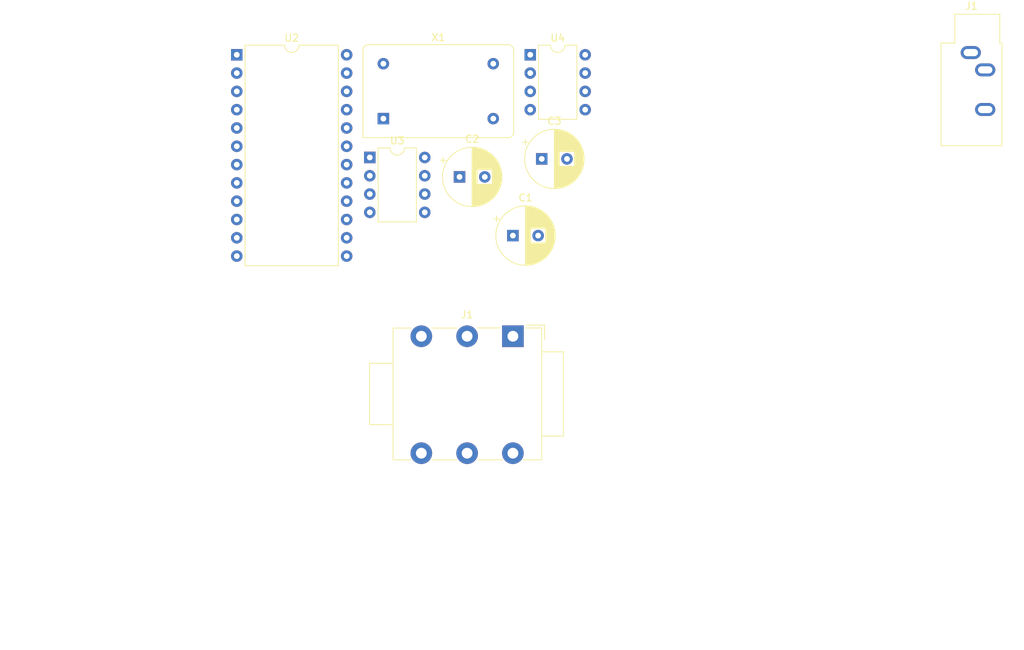
<source format=kicad_pcb>
(kicad_pcb (version 20171130) (host pcbnew "(5.1.4)-1")

  (general
    (thickness 1.6)
    (drawings 0)
    (tracks 0)
    (zones 0)
    (modules 9)
    (nets 31)
  )

  (page A4)
  (layers
    (0 F.Cu signal)
    (31 B.Cu signal)
    (32 B.Adhes user)
    (33 F.Adhes user)
    (34 B.Paste user)
    (35 F.Paste user)
    (36 B.SilkS user)
    (37 F.SilkS user)
    (38 B.Mask user)
    (39 F.Mask user)
    (40 Dwgs.User user)
    (41 Cmts.User user)
    (42 Eco1.User user)
    (43 Eco2.User user)
    (44 Edge.Cuts user)
    (45 Margin user)
    (46 B.CrtYd user)
    (47 F.CrtYd user)
    (48 B.Fab user)
    (49 F.Fab user)
  )

  (setup
    (last_trace_width 0.25)
    (trace_clearance 0.2)
    (zone_clearance 0.508)
    (zone_45_only no)
    (trace_min 0.2)
    (via_size 0.8)
    (via_drill 0.4)
    (via_min_size 0.4)
    (via_min_drill 0.3)
    (uvia_size 0.3)
    (uvia_drill 0.1)
    (uvias_allowed no)
    (uvia_min_size 0.2)
    (uvia_min_drill 0.1)
    (edge_width 0.05)
    (segment_width 0.2)
    (pcb_text_width 0.3)
    (pcb_text_size 1.5 1.5)
    (mod_edge_width 0.12)
    (mod_text_size 1 1)
    (mod_text_width 0.15)
    (pad_size 1.524 1.524)
    (pad_drill 0.762)
    (pad_to_mask_clearance 0.051)
    (solder_mask_min_width 0.25)
    (aux_axis_origin 0 0)
    (visible_elements 7FFFFFFF)
    (pcbplotparams
      (layerselection 0x010fc_ffffffff)
      (usegerberextensions false)
      (usegerberattributes false)
      (usegerberadvancedattributes false)
      (creategerberjobfile false)
      (excludeedgelayer true)
      (linewidth 0.100000)
      (plotframeref false)
      (viasonmask false)
      (mode 1)
      (useauxorigin false)
      (hpglpennumber 1)
      (hpglpenspeed 20)
      (hpglpendiameter 15.000000)
      (psnegative false)
      (psa4output false)
      (plotreference true)
      (plotvalue true)
      (plotinvisibletext false)
      (padsonsilk false)
      (subtractmaskfromsilk false)
      (outputformat 1)
      (mirror false)
      (drillshape 1)
      (scaleselection 1)
      (outputdirectory ""))
  )

  (net 0 "")
  (net 1 "Net-(C2-Pad2)")
  (net 2 GND)
  (net 3 "Net-(C3-Pad1)")
  (net 4 CLOCK)
  (net 5 ΦSY)
  (net 6 D1)
  (net 7 "Net-(U2-Pad22)")
  (net 8 D0)
  (net 9 MO)
  (net 10 "Net-(U2-Pad9)")
  (net 11 SH)
  (net 12 "Net-(U2-Pad8)")
  (net 13 "Net-(U2-Pad19)")
  (net 14 CS)
  (net 15 D7)
  (net 16 RD)
  (net 17 D6)
  (net 18 WR)
  (net 19 D5)
  (net 20 A0)
  (net 21 D4)
  (net 22 IC)
  (net 23 D3)
  (net 24 IRQ)
  (net 25 D2)
  (net 26 +5V)
  (net 27 BUFF)
  (net 28 "Net-(C1-Pad1)")
  (net 29 "Net-(X1-Pad1)")
  (net 30 "Net-(C1-Pad2)")

  (net_class Default "This is the default net class."
    (clearance 0.2)
    (trace_width 0.25)
    (via_dia 0.8)
    (via_drill 0.4)
    (uvia_dia 0.3)
    (uvia_drill 0.1)
    (add_net +5V)
    (add_net A0)
    (add_net BUFF)
    (add_net CLOCK)
    (add_net CS)
    (add_net D0)
    (add_net D1)
    (add_net D2)
    (add_net D3)
    (add_net D4)
    (add_net D5)
    (add_net D6)
    (add_net D7)
    (add_net GND)
    (add_net IC)
    (add_net IRQ)
    (add_net MO)
    (add_net "Net-(C1-Pad1)")
    (add_net "Net-(C1-Pad2)")
    (add_net "Net-(C2-Pad2)")
    (add_net "Net-(C3-Pad1)")
    (add_net "Net-(U2-Pad19)")
    (add_net "Net-(U2-Pad22)")
    (add_net "Net-(U2-Pad8)")
    (add_net "Net-(U2-Pad9)")
    (add_net "Net-(X1-Pad1)")
    (add_net RD)
    (add_net SH)
    (add_net WR)
    (add_net ΦSY)
  )

  (module Connector_Audio:Jack_3.5mm_CUI_SJ1-3533NG_Horizontal (layer F.Cu) (tedit 5BAD3514) (tstamp 5DC89F58)
    (at 173.99 -55.88)
    (descr "TRS 3.5mm, horizontal, through-hole, https://www.cui.com/product/resource/sj1-353xng.pdf")
    (tags "TRS audio jack stereo horizontal")
    (path /5DCA41E9)
    (fp_text reference J1 (at 0.1 -6.45) (layer F.SilkS)
      (effects (font (size 1 1) (thickness 0.15)))
    )
    (fp_text value AudioJack2_Ground (at 0.1 14.05) (layer F.Fab)
      (effects (font (size 1 1) (thickness 0.15)))
    )
    (fp_text user %R (at 0.1 3.8) (layer F.Fab)
      (effects (font (size 1 1) (thickness 0.15)))
    )
    (fp_line (start 4.7 -5.7) (end -4.5 -5.7) (layer F.CrtYd) (width 0.05))
    (fp_line (start 4.7 13.3) (end 4.7 -5.7) (layer F.CrtYd) (width 0.05))
    (fp_line (start -4.5 13.3) (end 4.7 13.3) (layer F.CrtYd) (width 0.05))
    (fp_line (start -4.5 -5.7) (end -4.5 13.3) (layer F.CrtYd) (width 0.05))
    (fp_line (start -2.22 -1.32) (end -2.22 -5.32) (layer F.SilkS) (width 0.12))
    (fp_line (start -4.12 -1.32) (end -2.22 -1.32) (layer F.SilkS) (width 0.12))
    (fp_line (start -4.12 12.92) (end -4.12 -1.32) (layer F.SilkS) (width 0.12))
    (fp_line (start 4.32 12.92) (end -4.12 12.92) (layer F.SilkS) (width 0.12))
    (fp_line (start 4.32 -1.32) (end 4.32 12.92) (layer F.SilkS) (width 0.12))
    (fp_line (start 4.02 -1.32) (end 4.32 -1.32) (layer F.SilkS) (width 0.12))
    (fp_line (start 4.02 -5.32) (end 4.02 -1.32) (layer F.SilkS) (width 0.12))
    (fp_line (start -2.22 -5.32) (end 4.02 -5.32) (layer F.SilkS) (width 0.12))
    (fp_line (start -2.1 -1.2) (end -2.1 -5.2) (layer F.Fab) (width 0.1))
    (fp_line (start -4 -1.2) (end -2.1 -1.2) (layer F.Fab) (width 0.1))
    (fp_line (start -4 12.8) (end -4 -1.2) (layer F.Fab) (width 0.1))
    (fp_line (start 4.2 12.8) (end -4 12.8) (layer F.Fab) (width 0.1))
    (fp_line (start 4.2 -1.2) (end 4.2 12.8) (layer F.Fab) (width 0.1))
    (fp_line (start 3.9 -1.2) (end 4.2 -1.2) (layer F.Fab) (width 0.1))
    (fp_line (start 3.9 -5.2) (end 3.9 -1.2) (layer F.Fab) (width 0.1))
    (fp_line (start -2.1 -5.2) (end 3.9 -5.2) (layer F.Fab) (width 0.1))
    (pad R thru_hole oval (at 2 7.9) (size 2.8 1.8) (drill oval 2 1) (layers *.Cu *.Mask)
      (net 2 GND))
    (pad T thru_hole oval (at 2 2.4) (size 2.8 1.8) (drill oval 2 1) (layers *.Cu *.Mask)
      (net 30 "Net-(C1-Pad2)"))
    (pad S thru_hole oval (at 0 0) (size 2.8 1.8) (drill oval 2 1) (layers *.Cu *.Mask)
      (net 30 "Net-(C1-Pad2)"))
    (model ${KISYS3DMOD}/Connector_Audio.3dshapes/Jack_3.5mm_CUI_SJ1-3533NG_Horizontal.wrl
      (at (xyz 0 0 0))
      (scale (xyz 1 1 1))
      (rotate (xyz 0 0 0))
    )
  )

  (module Capacitor_THT:CP_Radial_D8.0mm_P3.50mm (layer F.Cu) (tedit 5AE50EF0) (tstamp 5DC87EF5)
    (at 110.49 -30.48)
    (descr "CP, Radial series, Radial, pin pitch=3.50mm, , diameter=8mm, Electrolytic Capacitor")
    (tags "CP Radial series Radial pin pitch 3.50mm  diameter 8mm Electrolytic Capacitor")
    (path /5DCCB0D1)
    (fp_text reference C1 (at 1.75 -5.25) (layer F.SilkS)
      (effects (font (size 1 1) (thickness 0.15)))
    )
    (fp_text value 1000uF (at 1.75 5.25) (layer F.Fab)
      (effects (font (size 1 1) (thickness 0.15)))
    )
    (fp_text user %R (at -70.029699 56.684999) (layer F.Fab)
      (effects (font (size 1 1) (thickness 0.15)))
    )
    (fp_line (start -2.259698 -2.715) (end -2.259698 -1.915) (layer F.SilkS) (width 0.12))
    (fp_line (start -2.659698 -2.315) (end -1.859698 -2.315) (layer F.SilkS) (width 0.12))
    (fp_line (start 5.831 -0.533) (end 5.831 0.533) (layer F.SilkS) (width 0.12))
    (fp_line (start 5.791 -0.768) (end 5.791 0.768) (layer F.SilkS) (width 0.12))
    (fp_line (start 5.751 -0.948) (end 5.751 0.948) (layer F.SilkS) (width 0.12))
    (fp_line (start 5.711 -1.098) (end 5.711 1.098) (layer F.SilkS) (width 0.12))
    (fp_line (start 5.671 -1.229) (end 5.671 1.229) (layer F.SilkS) (width 0.12))
    (fp_line (start 5.631 -1.346) (end 5.631 1.346) (layer F.SilkS) (width 0.12))
    (fp_line (start 5.591 -1.453) (end 5.591 1.453) (layer F.SilkS) (width 0.12))
    (fp_line (start 5.551 -1.552) (end 5.551 1.552) (layer F.SilkS) (width 0.12))
    (fp_line (start 5.511 -1.645) (end 5.511 1.645) (layer F.SilkS) (width 0.12))
    (fp_line (start 5.471 -1.731) (end 5.471 1.731) (layer F.SilkS) (width 0.12))
    (fp_line (start 5.431 -1.813) (end 5.431 1.813) (layer F.SilkS) (width 0.12))
    (fp_line (start 5.391 -1.89) (end 5.391 1.89) (layer F.SilkS) (width 0.12))
    (fp_line (start 5.351 -1.964) (end 5.351 1.964) (layer F.SilkS) (width 0.12))
    (fp_line (start 5.311 -2.034) (end 5.311 2.034) (layer F.SilkS) (width 0.12))
    (fp_line (start 5.271 -2.102) (end 5.271 2.102) (layer F.SilkS) (width 0.12))
    (fp_line (start 5.231 -2.166) (end 5.231 2.166) (layer F.SilkS) (width 0.12))
    (fp_line (start 5.191 -2.228) (end 5.191 2.228) (layer F.SilkS) (width 0.12))
    (fp_line (start 5.151 -2.287) (end 5.151 2.287) (layer F.SilkS) (width 0.12))
    (fp_line (start 5.111 -2.345) (end 5.111 2.345) (layer F.SilkS) (width 0.12))
    (fp_line (start 5.071 -2.4) (end 5.071 2.4) (layer F.SilkS) (width 0.12))
    (fp_line (start 5.031 -2.454) (end 5.031 2.454) (layer F.SilkS) (width 0.12))
    (fp_line (start 4.991 -2.505) (end 4.991 2.505) (layer F.SilkS) (width 0.12))
    (fp_line (start 4.951 -2.556) (end 4.951 2.556) (layer F.SilkS) (width 0.12))
    (fp_line (start 4.911 -2.604) (end 4.911 2.604) (layer F.SilkS) (width 0.12))
    (fp_line (start 4.871 -2.651) (end 4.871 2.651) (layer F.SilkS) (width 0.12))
    (fp_line (start 4.831 -2.697) (end 4.831 2.697) (layer F.SilkS) (width 0.12))
    (fp_line (start 4.791 -2.741) (end 4.791 2.741) (layer F.SilkS) (width 0.12))
    (fp_line (start 4.751 -2.784) (end 4.751 2.784) (layer F.SilkS) (width 0.12))
    (fp_line (start 4.711 -2.826) (end 4.711 2.826) (layer F.SilkS) (width 0.12))
    (fp_line (start 4.671 -2.867) (end 4.671 2.867) (layer F.SilkS) (width 0.12))
    (fp_line (start 4.631 -2.907) (end 4.631 2.907) (layer F.SilkS) (width 0.12))
    (fp_line (start 4.591 -2.945) (end 4.591 2.945) (layer F.SilkS) (width 0.12))
    (fp_line (start 4.551 -2.983) (end 4.551 2.983) (layer F.SilkS) (width 0.12))
    (fp_line (start 4.511 1.04) (end 4.511 3.019) (layer F.SilkS) (width 0.12))
    (fp_line (start 4.511 -3.019) (end 4.511 -1.04) (layer F.SilkS) (width 0.12))
    (fp_line (start 4.471 1.04) (end 4.471 3.055) (layer F.SilkS) (width 0.12))
    (fp_line (start 4.471 -3.055) (end 4.471 -1.04) (layer F.SilkS) (width 0.12))
    (fp_line (start 4.431 1.04) (end 4.431 3.09) (layer F.SilkS) (width 0.12))
    (fp_line (start 4.431 -3.09) (end 4.431 -1.04) (layer F.SilkS) (width 0.12))
    (fp_line (start 4.391 1.04) (end 4.391 3.124) (layer F.SilkS) (width 0.12))
    (fp_line (start 4.391 -3.124) (end 4.391 -1.04) (layer F.SilkS) (width 0.12))
    (fp_line (start 4.351 1.04) (end 4.351 3.156) (layer F.SilkS) (width 0.12))
    (fp_line (start 4.351 -3.156) (end 4.351 -1.04) (layer F.SilkS) (width 0.12))
    (fp_line (start 4.311 1.04) (end 4.311 3.189) (layer F.SilkS) (width 0.12))
    (fp_line (start 4.311 -3.189) (end 4.311 -1.04) (layer F.SilkS) (width 0.12))
    (fp_line (start 4.271 1.04) (end 4.271 3.22) (layer F.SilkS) (width 0.12))
    (fp_line (start 4.271 -3.22) (end 4.271 -1.04) (layer F.SilkS) (width 0.12))
    (fp_line (start 4.231 1.04) (end 4.231 3.25) (layer F.SilkS) (width 0.12))
    (fp_line (start 4.231 -3.25) (end 4.231 -1.04) (layer F.SilkS) (width 0.12))
    (fp_line (start 4.191 1.04) (end 4.191 3.28) (layer F.SilkS) (width 0.12))
    (fp_line (start 4.191 -3.28) (end 4.191 -1.04) (layer F.SilkS) (width 0.12))
    (fp_line (start 4.151 1.04) (end 4.151 3.309) (layer F.SilkS) (width 0.12))
    (fp_line (start 4.151 -3.309) (end 4.151 -1.04) (layer F.SilkS) (width 0.12))
    (fp_line (start 4.111 1.04) (end 4.111 3.338) (layer F.SilkS) (width 0.12))
    (fp_line (start 4.111 -3.338) (end 4.111 -1.04) (layer F.SilkS) (width 0.12))
    (fp_line (start 4.071 1.04) (end 4.071 3.365) (layer F.SilkS) (width 0.12))
    (fp_line (start 4.071 -3.365) (end 4.071 -1.04) (layer F.SilkS) (width 0.12))
    (fp_line (start 4.031 1.04) (end 4.031 3.392) (layer F.SilkS) (width 0.12))
    (fp_line (start 4.031 -3.392) (end 4.031 -1.04) (layer F.SilkS) (width 0.12))
    (fp_line (start 3.991 1.04) (end 3.991 3.418) (layer F.SilkS) (width 0.12))
    (fp_line (start 3.991 -3.418) (end 3.991 -1.04) (layer F.SilkS) (width 0.12))
    (fp_line (start 3.951 1.04) (end 3.951 3.444) (layer F.SilkS) (width 0.12))
    (fp_line (start 3.951 -3.444) (end 3.951 -1.04) (layer F.SilkS) (width 0.12))
    (fp_line (start 3.911 1.04) (end 3.911 3.469) (layer F.SilkS) (width 0.12))
    (fp_line (start 3.911 -3.469) (end 3.911 -1.04) (layer F.SilkS) (width 0.12))
    (fp_line (start 3.871 1.04) (end 3.871 3.493) (layer F.SilkS) (width 0.12))
    (fp_line (start 3.871 -3.493) (end 3.871 -1.04) (layer F.SilkS) (width 0.12))
    (fp_line (start 3.831 1.04) (end 3.831 3.517) (layer F.SilkS) (width 0.12))
    (fp_line (start 3.831 -3.517) (end 3.831 -1.04) (layer F.SilkS) (width 0.12))
    (fp_line (start 3.791 1.04) (end 3.791 3.54) (layer F.SilkS) (width 0.12))
    (fp_line (start 3.791 -3.54) (end 3.791 -1.04) (layer F.SilkS) (width 0.12))
    (fp_line (start 3.751 1.04) (end 3.751 3.562) (layer F.SilkS) (width 0.12))
    (fp_line (start 3.751 -3.562) (end 3.751 -1.04) (layer F.SilkS) (width 0.12))
    (fp_line (start 3.711 1.04) (end 3.711 3.584) (layer F.SilkS) (width 0.12))
    (fp_line (start 3.711 -3.584) (end 3.711 -1.04) (layer F.SilkS) (width 0.12))
    (fp_line (start 3.671 1.04) (end 3.671 3.606) (layer F.SilkS) (width 0.12))
    (fp_line (start 3.671 -3.606) (end 3.671 -1.04) (layer F.SilkS) (width 0.12))
    (fp_line (start 3.631 1.04) (end 3.631 3.627) (layer F.SilkS) (width 0.12))
    (fp_line (start 3.631 -3.627) (end 3.631 -1.04) (layer F.SilkS) (width 0.12))
    (fp_line (start 3.591 1.04) (end 3.591 3.647) (layer F.SilkS) (width 0.12))
    (fp_line (start 3.591 -3.647) (end 3.591 -1.04) (layer F.SilkS) (width 0.12))
    (fp_line (start 3.551 1.04) (end 3.551 3.666) (layer F.SilkS) (width 0.12))
    (fp_line (start 3.551 -3.666) (end 3.551 -1.04) (layer F.SilkS) (width 0.12))
    (fp_line (start 3.511 1.04) (end 3.511 3.686) (layer F.SilkS) (width 0.12))
    (fp_line (start 3.511 -3.686) (end 3.511 -1.04) (layer F.SilkS) (width 0.12))
    (fp_line (start 3.471 1.04) (end 3.471 3.704) (layer F.SilkS) (width 0.12))
    (fp_line (start 3.471 -3.704) (end 3.471 -1.04) (layer F.SilkS) (width 0.12))
    (fp_line (start 3.431 1.04) (end 3.431 3.722) (layer F.SilkS) (width 0.12))
    (fp_line (start 3.431 -3.722) (end 3.431 -1.04) (layer F.SilkS) (width 0.12))
    (fp_line (start 3.391 1.04) (end 3.391 3.74) (layer F.SilkS) (width 0.12))
    (fp_line (start 3.391 -3.74) (end 3.391 -1.04) (layer F.SilkS) (width 0.12))
    (fp_line (start 3.351 1.04) (end 3.351 3.757) (layer F.SilkS) (width 0.12))
    (fp_line (start 3.351 -3.757) (end 3.351 -1.04) (layer F.SilkS) (width 0.12))
    (fp_line (start 3.311 1.04) (end 3.311 3.774) (layer F.SilkS) (width 0.12))
    (fp_line (start 3.311 -3.774) (end 3.311 -1.04) (layer F.SilkS) (width 0.12))
    (fp_line (start 3.271 1.04) (end 3.271 3.79) (layer F.SilkS) (width 0.12))
    (fp_line (start 3.271 -3.79) (end 3.271 -1.04) (layer F.SilkS) (width 0.12))
    (fp_line (start 3.231 1.04) (end 3.231 3.805) (layer F.SilkS) (width 0.12))
    (fp_line (start 3.231 -3.805) (end 3.231 -1.04) (layer F.SilkS) (width 0.12))
    (fp_line (start 3.191 1.04) (end 3.191 3.821) (layer F.SilkS) (width 0.12))
    (fp_line (start 3.191 -3.821) (end 3.191 -1.04) (layer F.SilkS) (width 0.12))
    (fp_line (start 3.151 1.04) (end 3.151 3.835) (layer F.SilkS) (width 0.12))
    (fp_line (start 3.151 -3.835) (end 3.151 -1.04) (layer F.SilkS) (width 0.12))
    (fp_line (start 3.111 1.04) (end 3.111 3.85) (layer F.SilkS) (width 0.12))
    (fp_line (start 3.111 -3.85) (end 3.111 -1.04) (layer F.SilkS) (width 0.12))
    (fp_line (start 3.071 1.04) (end 3.071 3.863) (layer F.SilkS) (width 0.12))
    (fp_line (start 3.071 -3.863) (end 3.071 -1.04) (layer F.SilkS) (width 0.12))
    (fp_line (start 3.031 1.04) (end 3.031 3.877) (layer F.SilkS) (width 0.12))
    (fp_line (start 3.031 -3.877) (end 3.031 -1.04) (layer F.SilkS) (width 0.12))
    (fp_line (start 2.991 1.04) (end 2.991 3.889) (layer F.SilkS) (width 0.12))
    (fp_line (start 2.991 -3.889) (end 2.991 -1.04) (layer F.SilkS) (width 0.12))
    (fp_line (start 2.951 1.04) (end 2.951 3.902) (layer F.SilkS) (width 0.12))
    (fp_line (start 2.951 -3.902) (end 2.951 -1.04) (layer F.SilkS) (width 0.12))
    (fp_line (start 2.911 1.04) (end 2.911 3.914) (layer F.SilkS) (width 0.12))
    (fp_line (start 2.911 -3.914) (end 2.911 -1.04) (layer F.SilkS) (width 0.12))
    (fp_line (start 2.871 1.04) (end 2.871 3.925) (layer F.SilkS) (width 0.12))
    (fp_line (start 2.871 -3.925) (end 2.871 -1.04) (layer F.SilkS) (width 0.12))
    (fp_line (start 2.831 1.04) (end 2.831 3.936) (layer F.SilkS) (width 0.12))
    (fp_line (start 2.831 -3.936) (end 2.831 -1.04) (layer F.SilkS) (width 0.12))
    (fp_line (start 2.791 1.04) (end 2.791 3.947) (layer F.SilkS) (width 0.12))
    (fp_line (start 2.791 -3.947) (end 2.791 -1.04) (layer F.SilkS) (width 0.12))
    (fp_line (start 2.751 1.04) (end 2.751 3.957) (layer F.SilkS) (width 0.12))
    (fp_line (start 2.751 -3.957) (end 2.751 -1.04) (layer F.SilkS) (width 0.12))
    (fp_line (start 2.711 1.04) (end 2.711 3.967) (layer F.SilkS) (width 0.12))
    (fp_line (start 2.711 -3.967) (end 2.711 -1.04) (layer F.SilkS) (width 0.12))
    (fp_line (start 2.671 1.04) (end 2.671 3.976) (layer F.SilkS) (width 0.12))
    (fp_line (start 2.671 -3.976) (end 2.671 -1.04) (layer F.SilkS) (width 0.12))
    (fp_line (start 2.631 1.04) (end 2.631 3.985) (layer F.SilkS) (width 0.12))
    (fp_line (start 2.631 -3.985) (end 2.631 -1.04) (layer F.SilkS) (width 0.12))
    (fp_line (start 2.591 1.04) (end 2.591 3.994) (layer F.SilkS) (width 0.12))
    (fp_line (start 2.591 -3.994) (end 2.591 -1.04) (layer F.SilkS) (width 0.12))
    (fp_line (start 2.551 1.04) (end 2.551 4.002) (layer F.SilkS) (width 0.12))
    (fp_line (start 2.551 -4.002) (end 2.551 -1.04) (layer F.SilkS) (width 0.12))
    (fp_line (start 2.511 1.04) (end 2.511 4.01) (layer F.SilkS) (width 0.12))
    (fp_line (start 2.511 -4.01) (end 2.511 -1.04) (layer F.SilkS) (width 0.12))
    (fp_line (start 2.471 1.04) (end 2.471 4.017) (layer F.SilkS) (width 0.12))
    (fp_line (start 2.471 -4.017) (end 2.471 -1.04) (layer F.SilkS) (width 0.12))
    (fp_line (start 2.43 -4.024) (end 2.43 4.024) (layer F.SilkS) (width 0.12))
    (fp_line (start 2.39 -4.03) (end 2.39 4.03) (layer F.SilkS) (width 0.12))
    (fp_line (start 2.35 -4.037) (end 2.35 4.037) (layer F.SilkS) (width 0.12))
    (fp_line (start 2.31 -4.042) (end 2.31 4.042) (layer F.SilkS) (width 0.12))
    (fp_line (start 2.27 -4.048) (end 2.27 4.048) (layer F.SilkS) (width 0.12))
    (fp_line (start 2.23 -4.052) (end 2.23 4.052) (layer F.SilkS) (width 0.12))
    (fp_line (start 2.19 -4.057) (end 2.19 4.057) (layer F.SilkS) (width 0.12))
    (fp_line (start 2.15 -4.061) (end 2.15 4.061) (layer F.SilkS) (width 0.12))
    (fp_line (start 2.11 -4.065) (end 2.11 4.065) (layer F.SilkS) (width 0.12))
    (fp_line (start 2.07 -4.068) (end 2.07 4.068) (layer F.SilkS) (width 0.12))
    (fp_line (start 2.03 -4.071) (end 2.03 4.071) (layer F.SilkS) (width 0.12))
    (fp_line (start 1.99 -4.074) (end 1.99 4.074) (layer F.SilkS) (width 0.12))
    (fp_line (start 1.95 -4.076) (end 1.95 4.076) (layer F.SilkS) (width 0.12))
    (fp_line (start 1.91 -4.077) (end 1.91 4.077) (layer F.SilkS) (width 0.12))
    (fp_line (start 1.87 -4.079) (end 1.87 4.079) (layer F.SilkS) (width 0.12))
    (fp_line (start 1.83 -4.08) (end 1.83 4.08) (layer F.SilkS) (width 0.12))
    (fp_line (start 1.79 -4.08) (end 1.79 4.08) (layer F.SilkS) (width 0.12))
    (fp_line (start 1.75 -4.08) (end 1.75 4.08) (layer F.SilkS) (width 0.12))
    (fp_line (start -1.276759 -2.1475) (end -1.276759 -1.3475) (layer F.Fab) (width 0.1))
    (fp_line (start -1.676759 -1.7475) (end -0.876759 -1.7475) (layer F.Fab) (width 0.1))
    (fp_circle (center 1.75 0) (end 6 0) (layer F.CrtYd) (width 0.05))
    (fp_circle (center 1.75 0) (end 5.87 0) (layer F.SilkS) (width 0.12))
    (fp_circle (center 1.75 0) (end 5.75 0) (layer F.Fab) (width 0.1))
    (pad 2 thru_hole circle (at 3.5 0) (size 1.6 1.6) (drill 0.8) (layers *.Cu *.Mask)
      (net 30 "Net-(C1-Pad2)"))
    (pad 1 thru_hole rect (at 0 0) (size 1.6 1.6) (drill 0.8) (layers *.Cu *.Mask)
      (net 28 "Net-(C1-Pad1)"))
    (model ${KISYS3DMOD}/Capacitor_THT.3dshapes/CP_Radial_D8.0mm_P3.50mm.wrl
      (at (xyz 0 0 0))
      (scale (xyz 1 1 1))
      (rotate (xyz 0 0 0))
    )
  )

  (module Oscillator:Oscillator_DIP-14 (layer F.Cu) (tedit 58CD3344) (tstamp 5DC8862E)
    (at 92.525001 -46.714999)
    (descr "Oscillator, DIP14, http://cdn-reichelt.de/documents/datenblatt/B400/OSZI.pdf")
    (tags oscillator)
    (path /5DD96FAD)
    (fp_text reference X1 (at 7.62 -11.26) (layer F.SilkS)
      (effects (font (size 1 1) (thickness 0.15)))
    )
    (fp_text value 3.579545MHz (at 7.62 3.74) (layer F.Fab)
      (effects (font (size 1 1) (thickness 0.15)))
    )
    (fp_arc (start -2.08 -9.51) (end -2.73 -9.51) (angle 90) (layer F.Fab) (width 0.1))
    (fp_arc (start 17.32 -9.51) (end 17.32 -10.16) (angle 90) (layer F.Fab) (width 0.1))
    (fp_arc (start 17.32 1.89) (end 17.97 1.89) (angle 90) (layer F.Fab) (width 0.1))
    (fp_arc (start -2.08 -9.51) (end -2.83 -9.51) (angle 90) (layer F.SilkS) (width 0.12))
    (fp_arc (start 17.32 -9.51) (end 17.32 -10.26) (angle 90) (layer F.SilkS) (width 0.12))
    (fp_arc (start 17.32 1.89) (end 18.07 1.89) (angle 90) (layer F.SilkS) (width 0.12))
    (fp_arc (start -1.38 -8.81) (end -1.73 -8.81) (angle 90) (layer F.Fab) (width 0.1))
    (fp_arc (start 16.62 -8.81) (end 16.62 -9.16) (angle 90) (layer F.Fab) (width 0.1))
    (fp_arc (start 16.62 1.19) (end 16.97 1.19) (angle 90) (layer F.Fab) (width 0.1))
    (fp_line (start -2.73 2.54) (end -2.73 -9.51) (layer F.Fab) (width 0.1))
    (fp_line (start -2.08 -10.16) (end 17.32 -10.16) (layer F.Fab) (width 0.1))
    (fp_line (start 17.97 -9.51) (end 17.97 1.89) (layer F.Fab) (width 0.1))
    (fp_line (start -2.73 2.54) (end 17.32 2.54) (layer F.Fab) (width 0.1))
    (fp_line (start -2.83 2.64) (end 17.32 2.64) (layer F.SilkS) (width 0.12))
    (fp_line (start 18.07 1.89) (end 18.07 -9.51) (layer F.SilkS) (width 0.12))
    (fp_line (start 17.32 -10.26) (end -2.08 -10.26) (layer F.SilkS) (width 0.12))
    (fp_line (start -2.83 -9.51) (end -2.83 2.64) (layer F.SilkS) (width 0.12))
    (fp_line (start -1.73 1.54) (end 16.62 1.54) (layer F.Fab) (width 0.1))
    (fp_line (start -1.73 1.54) (end -1.73 -8.81) (layer F.Fab) (width 0.1))
    (fp_line (start -1.38 -9.16) (end 16.62 -9.16) (layer F.Fab) (width 0.1))
    (fp_line (start 16.97 1.19) (end 16.97 -8.81) (layer F.Fab) (width 0.1))
    (fp_line (start -2.98 2.79) (end 18.22 2.79) (layer F.CrtYd) (width 0.05))
    (fp_line (start -2.98 -10.41) (end -2.98 2.79) (layer F.CrtYd) (width 0.05))
    (fp_line (start 18.22 -10.41) (end -2.98 -10.41) (layer F.CrtYd) (width 0.05))
    (fp_line (start 18.22 2.79) (end 18.22 -10.41) (layer F.CrtYd) (width 0.05))
    (fp_text user %R (at 7.62 -3.81) (layer F.Fab)
      (effects (font (size 1 1) (thickness 0.15)))
    )
    (pad 7 thru_hole circle (at 15.24 0) (size 1.6 1.6) (drill 0.8) (layers *.Cu *.Mask)
      (net 26 +5V))
    (pad 8 thru_hole circle (at 15.24 -7.62) (size 1.6 1.6) (drill 0.8) (layers *.Cu *.Mask)
      (net 4 CLOCK))
    (pad 14 thru_hole circle (at 0 -7.62) (size 1.6 1.6) (drill 0.8) (layers *.Cu *.Mask)
      (net 2 GND))
    (pad 1 thru_hole rect (at 0 0) (size 1.6 1.6) (drill 0.8) (layers *.Cu *.Mask)
      (net 29 "Net-(X1-Pad1)"))
    (model ${KISYS3DMOD}/Oscillator.3dshapes/Oscillator_DIP-14.wrl
      (at (xyz 0 0 0))
      (scale (xyz 1 1 1))
      (rotate (xyz 0 0 0))
    )
  )

  (module Package_DIP:DIP-8_W7.62mm (layer F.Cu) (tedit 5A02E8C5) (tstamp 5DC8830D)
    (at 112.895001 -55.574999)
    (descr "8-lead though-hole mounted DIP package, row spacing 7.62 mm (300 mils)")
    (tags "THT DIP DIL PDIP 2.54mm 7.62mm 300mil")
    (path /5DCD2C9C)
    (fp_text reference U4 (at 3.81 -2.33) (layer F.SilkS)
      (effects (font (size 1 1) (thickness 0.15)))
    )
    (fp_text value LM358 (at 3.81 9.95) (layer F.Fab)
      (effects (font (size 1 1) (thickness 0.15)))
    )
    (fp_text user %R (at 3.81 3.81) (layer F.Fab)
      (effects (font (size 1 1) (thickness 0.15)))
    )
    (fp_line (start 8.7 -1.55) (end -1.1 -1.55) (layer F.CrtYd) (width 0.05))
    (fp_line (start 8.7 9.15) (end 8.7 -1.55) (layer F.CrtYd) (width 0.05))
    (fp_line (start -1.1 9.15) (end 8.7 9.15) (layer F.CrtYd) (width 0.05))
    (fp_line (start -1.1 -1.55) (end -1.1 9.15) (layer F.CrtYd) (width 0.05))
    (fp_line (start 6.46 -1.33) (end 4.81 -1.33) (layer F.SilkS) (width 0.12))
    (fp_line (start 6.46 8.95) (end 6.46 -1.33) (layer F.SilkS) (width 0.12))
    (fp_line (start 1.16 8.95) (end 6.46 8.95) (layer F.SilkS) (width 0.12))
    (fp_line (start 1.16 -1.33) (end 1.16 8.95) (layer F.SilkS) (width 0.12))
    (fp_line (start 2.81 -1.33) (end 1.16 -1.33) (layer F.SilkS) (width 0.12))
    (fp_line (start 0.635 -0.27) (end 1.635 -1.27) (layer F.Fab) (width 0.1))
    (fp_line (start 0.635 8.89) (end 0.635 -0.27) (layer F.Fab) (width 0.1))
    (fp_line (start 6.985 8.89) (end 0.635 8.89) (layer F.Fab) (width 0.1))
    (fp_line (start 6.985 -1.27) (end 6.985 8.89) (layer F.Fab) (width 0.1))
    (fp_line (start 1.635 -1.27) (end 6.985 -1.27) (layer F.Fab) (width 0.1))
    (fp_arc (start 3.81 -1.33) (end 2.81 -1.33) (angle -180) (layer F.SilkS) (width 0.12))
    (pad 8 thru_hole oval (at 7.62 0) (size 1.6 1.6) (drill 0.8) (layers *.Cu *.Mask)
      (net 26 +5V))
    (pad 4 thru_hole oval (at 0 7.62) (size 1.6 1.6) (drill 0.8) (layers *.Cu *.Mask)
      (net 2 GND))
    (pad 7 thru_hole oval (at 7.62 2.54) (size 1.6 1.6) (drill 0.8) (layers *.Cu *.Mask)
      (net 1 "Net-(C2-Pad2)"))
    (pad 3 thru_hole oval (at 0 5.08) (size 1.6 1.6) (drill 0.8) (layers *.Cu *.Mask)
      (net 27 BUFF))
    (pad 6 thru_hole oval (at 7.62 5.08) (size 1.6 1.6) (drill 0.8) (layers *.Cu *.Mask)
      (net 1 "Net-(C2-Pad2)"))
    (pad 2 thru_hole oval (at 0 2.54) (size 1.6 1.6) (drill 0.8) (layers *.Cu *.Mask)
      (net 28 "Net-(C1-Pad1)"))
    (pad 5 thru_hole oval (at 7.62 7.62) (size 1.6 1.6) (drill 0.8) (layers *.Cu *.Mask)
      (net 3 "Net-(C3-Pad1)"))
    (pad 1 thru_hole rect (at 0 0) (size 1.6 1.6) (drill 0.8) (layers *.Cu *.Mask)
      (net 28 "Net-(C1-Pad1)"))
    (model ${KISYS3DMOD}/Package_DIP.3dshapes/DIP-8_W7.62mm.wrl
      (at (xyz 0 0 0))
      (scale (xyz 1 1 1))
      (rotate (xyz 0 0 0))
    )
  )

  (module Package_DIP:DIP-8_W7.62mm (layer F.Cu) (tedit 5A02E8C5) (tstamp 5DC885D7)
    (at 90.645001 -41.324999)
    (descr "8-lead though-hole mounted DIP package, row spacing 7.62 mm (300 mils)")
    (tags "THT DIP DIL PDIP 2.54mm 7.62mm 300mil")
    (path /5DC959A2)
    (fp_text reference U3 (at 3.81 -2.33) (layer F.SilkS)
      (effects (font (size 1 1) (thickness 0.15)))
    )
    (fp_text value YM3014B (at 3.81 9.95) (layer F.Fab)
      (effects (font (size 1 1) (thickness 0.15)))
    )
    (fp_text user %R (at 3.81 3.81) (layer F.Fab)
      (effects (font (size 1 1) (thickness 0.15)))
    )
    (fp_line (start 8.7 -1.55) (end -1.1 -1.55) (layer F.CrtYd) (width 0.05))
    (fp_line (start 8.7 9.15) (end 8.7 -1.55) (layer F.CrtYd) (width 0.05))
    (fp_line (start -1.1 9.15) (end 8.7 9.15) (layer F.CrtYd) (width 0.05))
    (fp_line (start -1.1 -1.55) (end -1.1 9.15) (layer F.CrtYd) (width 0.05))
    (fp_line (start 6.46 -1.33) (end 4.81 -1.33) (layer F.SilkS) (width 0.12))
    (fp_line (start 6.46 8.95) (end 6.46 -1.33) (layer F.SilkS) (width 0.12))
    (fp_line (start 1.16 8.95) (end 6.46 8.95) (layer F.SilkS) (width 0.12))
    (fp_line (start 1.16 -1.33) (end 1.16 8.95) (layer F.SilkS) (width 0.12))
    (fp_line (start 2.81 -1.33) (end 1.16 -1.33) (layer F.SilkS) (width 0.12))
    (fp_line (start 0.635 -0.27) (end 1.635 -1.27) (layer F.Fab) (width 0.1))
    (fp_line (start 0.635 8.89) (end 0.635 -0.27) (layer F.Fab) (width 0.1))
    (fp_line (start 6.985 8.89) (end 0.635 8.89) (layer F.Fab) (width 0.1))
    (fp_line (start 6.985 -1.27) (end 6.985 8.89) (layer F.Fab) (width 0.1))
    (fp_line (start 1.635 -1.27) (end 6.985 -1.27) (layer F.Fab) (width 0.1))
    (fp_arc (start 3.81 -1.33) (end 2.81 -1.33) (angle -180) (layer F.SilkS) (width 0.12))
    (pad 8 thru_hole oval (at 7.62 0) (size 1.6 1.6) (drill 0.8) (layers *.Cu *.Mask)
      (net 1 "Net-(C2-Pad2)"))
    (pad 4 thru_hole oval (at 0 7.62) (size 1.6 1.6) (drill 0.8) (layers *.Cu *.Mask)
      (net 9 MO))
    (pad 7 thru_hole oval (at 7.62 2.54) (size 1.6 1.6) (drill 0.8) (layers *.Cu *.Mask)
      (net 3 "Net-(C3-Pad1)"))
    (pad 3 thru_hole oval (at 0 5.08) (size 1.6 1.6) (drill 0.8) (layers *.Cu *.Mask)
      (net 11 SH))
    (pad 6 thru_hole oval (at 7.62 5.08) (size 1.6 1.6) (drill 0.8) (layers *.Cu *.Mask)
      (net 2 GND))
    (pad 2 thru_hole oval (at 0 2.54) (size 1.6 1.6) (drill 0.8) (layers *.Cu *.Mask)
      (net 27 BUFF))
    (pad 5 thru_hole oval (at 7.62 7.62) (size 1.6 1.6) (drill 0.8) (layers *.Cu *.Mask)
      (net 5 ΦSY))
    (pad 1 thru_hole rect (at 0 0) (size 1.6 1.6) (drill 0.8) (layers *.Cu *.Mask)
      (net 26 +5V))
    (model ${KISYS3DMOD}/Package_DIP.3dshapes/DIP-8_W7.62mm.wrl
      (at (xyz 0 0 0))
      (scale (xyz 1 1 1))
      (rotate (xyz 0 0 0))
    )
  )

  (module Package_DIP:DIP-24_W15.24mm (layer F.Cu) (tedit 5A02E8C5) (tstamp 5DC88566)
    (at 72.195001 -55.574999)
    (descr "24-lead though-hole mounted DIP package, row spacing 15.24 mm (600 mils)")
    (tags "THT DIP DIL PDIP 2.54mm 15.24mm 600mil")
    (path /5DC84F89)
    (fp_text reference U2 (at 7.62 -2.33) (layer F.SilkS)
      (effects (font (size 1 1) (thickness 0.15)))
    )
    (fp_text value YM3812 (at 7.62 30.27) (layer F.Fab)
      (effects (font (size 1 1) (thickness 0.15)))
    )
    (fp_text user %R (at 7.62 13.97) (layer F.Fab)
      (effects (font (size 1 1) (thickness 0.15)))
    )
    (fp_line (start 16.3 -1.55) (end -1.05 -1.55) (layer F.CrtYd) (width 0.05))
    (fp_line (start 16.3 29.5) (end 16.3 -1.55) (layer F.CrtYd) (width 0.05))
    (fp_line (start -1.05 29.5) (end 16.3 29.5) (layer F.CrtYd) (width 0.05))
    (fp_line (start -1.05 -1.55) (end -1.05 29.5) (layer F.CrtYd) (width 0.05))
    (fp_line (start 14.08 -1.33) (end 8.62 -1.33) (layer F.SilkS) (width 0.12))
    (fp_line (start 14.08 29.27) (end 14.08 -1.33) (layer F.SilkS) (width 0.12))
    (fp_line (start 1.16 29.27) (end 14.08 29.27) (layer F.SilkS) (width 0.12))
    (fp_line (start 1.16 -1.33) (end 1.16 29.27) (layer F.SilkS) (width 0.12))
    (fp_line (start 6.62 -1.33) (end 1.16 -1.33) (layer F.SilkS) (width 0.12))
    (fp_line (start 0.255 -0.27) (end 1.255 -1.27) (layer F.Fab) (width 0.1))
    (fp_line (start 0.255 29.21) (end 0.255 -0.27) (layer F.Fab) (width 0.1))
    (fp_line (start 14.985 29.21) (end 0.255 29.21) (layer F.Fab) (width 0.1))
    (fp_line (start 14.985 -1.27) (end 14.985 29.21) (layer F.Fab) (width 0.1))
    (fp_line (start 1.255 -1.27) (end 14.985 -1.27) (layer F.Fab) (width 0.1))
    (fp_arc (start 7.62 -1.33) (end 6.62 -1.33) (angle -180) (layer F.SilkS) (width 0.12))
    (pad 24 thru_hole oval (at 15.24 0) (size 1.6 1.6) (drill 0.8) (layers *.Cu *.Mask)
      (net 4 CLOCK))
    (pad 12 thru_hole oval (at 0 27.94) (size 1.6 1.6) (drill 0.8) (layers *.Cu *.Mask)
      (net 2 GND))
    (pad 23 thru_hole oval (at 15.24 2.54) (size 1.6 1.6) (drill 0.8) (layers *.Cu *.Mask)
      (net 5 ΦSY))
    (pad 11 thru_hole oval (at 0 25.4) (size 1.6 1.6) (drill 0.8) (layers *.Cu *.Mask)
      (net 6 D1))
    (pad 22 thru_hole oval (at 15.24 5.08) (size 1.6 1.6) (drill 0.8) (layers *.Cu *.Mask)
      (net 7 "Net-(U2-Pad22)"))
    (pad 10 thru_hole oval (at 0 22.86) (size 1.6 1.6) (drill 0.8) (layers *.Cu *.Mask)
      (net 8 D0))
    (pad 21 thru_hole oval (at 15.24 7.62) (size 1.6 1.6) (drill 0.8) (layers *.Cu *.Mask)
      (net 9 MO))
    (pad 9 thru_hole oval (at 0 20.32) (size 1.6 1.6) (drill 0.8) (layers *.Cu *.Mask)
      (net 10 "Net-(U2-Pad9)"))
    (pad 20 thru_hole oval (at 15.24 10.16) (size 1.6 1.6) (drill 0.8) (layers *.Cu *.Mask)
      (net 11 SH))
    (pad 8 thru_hole oval (at 0 17.78) (size 1.6 1.6) (drill 0.8) (layers *.Cu *.Mask)
      (net 12 "Net-(U2-Pad8)"))
    (pad 19 thru_hole oval (at 15.24 12.7) (size 1.6 1.6) (drill 0.8) (layers *.Cu *.Mask)
      (net 13 "Net-(U2-Pad19)"))
    (pad 7 thru_hole oval (at 0 15.24) (size 1.6 1.6) (drill 0.8) (layers *.Cu *.Mask)
      (net 14 CS))
    (pad 18 thru_hole oval (at 15.24 15.24) (size 1.6 1.6) (drill 0.8) (layers *.Cu *.Mask)
      (net 15 D7))
    (pad 6 thru_hole oval (at 0 12.7) (size 1.6 1.6) (drill 0.8) (layers *.Cu *.Mask)
      (net 16 RD))
    (pad 17 thru_hole oval (at 15.24 17.78) (size 1.6 1.6) (drill 0.8) (layers *.Cu *.Mask)
      (net 17 D6))
    (pad 5 thru_hole oval (at 0 10.16) (size 1.6 1.6) (drill 0.8) (layers *.Cu *.Mask)
      (net 18 WR))
    (pad 16 thru_hole oval (at 15.24 20.32) (size 1.6 1.6) (drill 0.8) (layers *.Cu *.Mask)
      (net 19 D5))
    (pad 4 thru_hole oval (at 0 7.62) (size 1.6 1.6) (drill 0.8) (layers *.Cu *.Mask)
      (net 20 A0))
    (pad 15 thru_hole oval (at 15.24 22.86) (size 1.6 1.6) (drill 0.8) (layers *.Cu *.Mask)
      (net 21 D4))
    (pad 3 thru_hole oval (at 0 5.08) (size 1.6 1.6) (drill 0.8) (layers *.Cu *.Mask)
      (net 22 IC))
    (pad 14 thru_hole oval (at 15.24 25.4) (size 1.6 1.6) (drill 0.8) (layers *.Cu *.Mask)
      (net 23 D3))
    (pad 2 thru_hole oval (at 0 2.54) (size 1.6 1.6) (drill 0.8) (layers *.Cu *.Mask)
      (net 24 IRQ))
    (pad 13 thru_hole oval (at 15.24 27.94) (size 1.6 1.6) (drill 0.8) (layers *.Cu *.Mask)
      (net 25 D2))
    (pad 1 thru_hole rect (at 0 0) (size 1.6 1.6) (drill 0.8) (layers *.Cu *.Mask)
      (net 26 +5V))
    (model ${KISYS3DMOD}/Package_DIP.3dshapes/DIP-24_W15.24mm.wrl
      (at (xyz 0 0 0))
      (scale (xyz 1 1 1))
      (rotate (xyz 0 0 0))
    )
  )

  (module Capacitor_THT:CP_Radial_D8.0mm_P3.50mm (layer F.Cu) (tedit 5AE50EF0) (tstamp 5DC883EB)
    (at 114.489699 -41.124999)
    (descr "CP, Radial series, Radial, pin pitch=3.50mm, , diameter=8mm, Electrolytic Capacitor")
    (tags "CP Radial series Radial pin pitch 3.50mm  diameter 8mm Electrolytic Capacitor")
    (path /5DD4D37C)
    (fp_text reference C3 (at 1.75 -5.25) (layer F.SilkS)
      (effects (font (size 1 1) (thickness 0.15)))
    )
    (fp_text value 10uF (at 1.75 5.25) (layer F.Fab)
      (effects (font (size 1 1) (thickness 0.15)))
    )
    (fp_text user %R (at 1.75 0) (layer F.Fab)
      (effects (font (size 1 1) (thickness 0.15)))
    )
    (fp_line (start -2.259698 -2.715) (end -2.259698 -1.915) (layer F.SilkS) (width 0.12))
    (fp_line (start -2.659698 -2.315) (end -1.859698 -2.315) (layer F.SilkS) (width 0.12))
    (fp_line (start 5.831 -0.533) (end 5.831 0.533) (layer F.SilkS) (width 0.12))
    (fp_line (start 5.791 -0.768) (end 5.791 0.768) (layer F.SilkS) (width 0.12))
    (fp_line (start 5.751 -0.948) (end 5.751 0.948) (layer F.SilkS) (width 0.12))
    (fp_line (start 5.711 -1.098) (end 5.711 1.098) (layer F.SilkS) (width 0.12))
    (fp_line (start 5.671 -1.229) (end 5.671 1.229) (layer F.SilkS) (width 0.12))
    (fp_line (start 5.631 -1.346) (end 5.631 1.346) (layer F.SilkS) (width 0.12))
    (fp_line (start 5.591 -1.453) (end 5.591 1.453) (layer F.SilkS) (width 0.12))
    (fp_line (start 5.551 -1.552) (end 5.551 1.552) (layer F.SilkS) (width 0.12))
    (fp_line (start 5.511 -1.645) (end 5.511 1.645) (layer F.SilkS) (width 0.12))
    (fp_line (start 5.471 -1.731) (end 5.471 1.731) (layer F.SilkS) (width 0.12))
    (fp_line (start 5.431 -1.813) (end 5.431 1.813) (layer F.SilkS) (width 0.12))
    (fp_line (start 5.391 -1.89) (end 5.391 1.89) (layer F.SilkS) (width 0.12))
    (fp_line (start 5.351 -1.964) (end 5.351 1.964) (layer F.SilkS) (width 0.12))
    (fp_line (start 5.311 -2.034) (end 5.311 2.034) (layer F.SilkS) (width 0.12))
    (fp_line (start 5.271 -2.102) (end 5.271 2.102) (layer F.SilkS) (width 0.12))
    (fp_line (start 5.231 -2.166) (end 5.231 2.166) (layer F.SilkS) (width 0.12))
    (fp_line (start 5.191 -2.228) (end 5.191 2.228) (layer F.SilkS) (width 0.12))
    (fp_line (start 5.151 -2.287) (end 5.151 2.287) (layer F.SilkS) (width 0.12))
    (fp_line (start 5.111 -2.345) (end 5.111 2.345) (layer F.SilkS) (width 0.12))
    (fp_line (start 5.071 -2.4) (end 5.071 2.4) (layer F.SilkS) (width 0.12))
    (fp_line (start 5.031 -2.454) (end 5.031 2.454) (layer F.SilkS) (width 0.12))
    (fp_line (start 4.991 -2.505) (end 4.991 2.505) (layer F.SilkS) (width 0.12))
    (fp_line (start 4.951 -2.556) (end 4.951 2.556) (layer F.SilkS) (width 0.12))
    (fp_line (start 4.911 -2.604) (end 4.911 2.604) (layer F.SilkS) (width 0.12))
    (fp_line (start 4.871 -2.651) (end 4.871 2.651) (layer F.SilkS) (width 0.12))
    (fp_line (start 4.831 -2.697) (end 4.831 2.697) (layer F.SilkS) (width 0.12))
    (fp_line (start 4.791 -2.741) (end 4.791 2.741) (layer F.SilkS) (width 0.12))
    (fp_line (start 4.751 -2.784) (end 4.751 2.784) (layer F.SilkS) (width 0.12))
    (fp_line (start 4.711 -2.826) (end 4.711 2.826) (layer F.SilkS) (width 0.12))
    (fp_line (start 4.671 -2.867) (end 4.671 2.867) (layer F.SilkS) (width 0.12))
    (fp_line (start 4.631 -2.907) (end 4.631 2.907) (layer F.SilkS) (width 0.12))
    (fp_line (start 4.591 -2.945) (end 4.591 2.945) (layer F.SilkS) (width 0.12))
    (fp_line (start 4.551 -2.983) (end 4.551 2.983) (layer F.SilkS) (width 0.12))
    (fp_line (start 4.511 1.04) (end 4.511 3.019) (layer F.SilkS) (width 0.12))
    (fp_line (start 4.511 -3.019) (end 4.511 -1.04) (layer F.SilkS) (width 0.12))
    (fp_line (start 4.471 1.04) (end 4.471 3.055) (layer F.SilkS) (width 0.12))
    (fp_line (start 4.471 -3.055) (end 4.471 -1.04) (layer F.SilkS) (width 0.12))
    (fp_line (start 4.431 1.04) (end 4.431 3.09) (layer F.SilkS) (width 0.12))
    (fp_line (start 4.431 -3.09) (end 4.431 -1.04) (layer F.SilkS) (width 0.12))
    (fp_line (start 4.391 1.04) (end 4.391 3.124) (layer F.SilkS) (width 0.12))
    (fp_line (start 4.391 -3.124) (end 4.391 -1.04) (layer F.SilkS) (width 0.12))
    (fp_line (start 4.351 1.04) (end 4.351 3.156) (layer F.SilkS) (width 0.12))
    (fp_line (start 4.351 -3.156) (end 4.351 -1.04) (layer F.SilkS) (width 0.12))
    (fp_line (start 4.311 1.04) (end 4.311 3.189) (layer F.SilkS) (width 0.12))
    (fp_line (start 4.311 -3.189) (end 4.311 -1.04) (layer F.SilkS) (width 0.12))
    (fp_line (start 4.271 1.04) (end 4.271 3.22) (layer F.SilkS) (width 0.12))
    (fp_line (start 4.271 -3.22) (end 4.271 -1.04) (layer F.SilkS) (width 0.12))
    (fp_line (start 4.231 1.04) (end 4.231 3.25) (layer F.SilkS) (width 0.12))
    (fp_line (start 4.231 -3.25) (end 4.231 -1.04) (layer F.SilkS) (width 0.12))
    (fp_line (start 4.191 1.04) (end 4.191 3.28) (layer F.SilkS) (width 0.12))
    (fp_line (start 4.191 -3.28) (end 4.191 -1.04) (layer F.SilkS) (width 0.12))
    (fp_line (start 4.151 1.04) (end 4.151 3.309) (layer F.SilkS) (width 0.12))
    (fp_line (start 4.151 -3.309) (end 4.151 -1.04) (layer F.SilkS) (width 0.12))
    (fp_line (start 4.111 1.04) (end 4.111 3.338) (layer F.SilkS) (width 0.12))
    (fp_line (start 4.111 -3.338) (end 4.111 -1.04) (layer F.SilkS) (width 0.12))
    (fp_line (start 4.071 1.04) (end 4.071 3.365) (layer F.SilkS) (width 0.12))
    (fp_line (start 4.071 -3.365) (end 4.071 -1.04) (layer F.SilkS) (width 0.12))
    (fp_line (start 4.031 1.04) (end 4.031 3.392) (layer F.SilkS) (width 0.12))
    (fp_line (start 4.031 -3.392) (end 4.031 -1.04) (layer F.SilkS) (width 0.12))
    (fp_line (start 3.991 1.04) (end 3.991 3.418) (layer F.SilkS) (width 0.12))
    (fp_line (start 3.991 -3.418) (end 3.991 -1.04) (layer F.SilkS) (width 0.12))
    (fp_line (start 3.951 1.04) (end 3.951 3.444) (layer F.SilkS) (width 0.12))
    (fp_line (start 3.951 -3.444) (end 3.951 -1.04) (layer F.SilkS) (width 0.12))
    (fp_line (start 3.911 1.04) (end 3.911 3.469) (layer F.SilkS) (width 0.12))
    (fp_line (start 3.911 -3.469) (end 3.911 -1.04) (layer F.SilkS) (width 0.12))
    (fp_line (start 3.871 1.04) (end 3.871 3.493) (layer F.SilkS) (width 0.12))
    (fp_line (start 3.871 -3.493) (end 3.871 -1.04) (layer F.SilkS) (width 0.12))
    (fp_line (start 3.831 1.04) (end 3.831 3.517) (layer F.SilkS) (width 0.12))
    (fp_line (start 3.831 -3.517) (end 3.831 -1.04) (layer F.SilkS) (width 0.12))
    (fp_line (start 3.791 1.04) (end 3.791 3.54) (layer F.SilkS) (width 0.12))
    (fp_line (start 3.791 -3.54) (end 3.791 -1.04) (layer F.SilkS) (width 0.12))
    (fp_line (start 3.751 1.04) (end 3.751 3.562) (layer F.SilkS) (width 0.12))
    (fp_line (start 3.751 -3.562) (end 3.751 -1.04) (layer F.SilkS) (width 0.12))
    (fp_line (start 3.711 1.04) (end 3.711 3.584) (layer F.SilkS) (width 0.12))
    (fp_line (start 3.711 -3.584) (end 3.711 -1.04) (layer F.SilkS) (width 0.12))
    (fp_line (start 3.671 1.04) (end 3.671 3.606) (layer F.SilkS) (width 0.12))
    (fp_line (start 3.671 -3.606) (end 3.671 -1.04) (layer F.SilkS) (width 0.12))
    (fp_line (start 3.631 1.04) (end 3.631 3.627) (layer F.SilkS) (width 0.12))
    (fp_line (start 3.631 -3.627) (end 3.631 -1.04) (layer F.SilkS) (width 0.12))
    (fp_line (start 3.591 1.04) (end 3.591 3.647) (layer F.SilkS) (width 0.12))
    (fp_line (start 3.591 -3.647) (end 3.591 -1.04) (layer F.SilkS) (width 0.12))
    (fp_line (start 3.551 1.04) (end 3.551 3.666) (layer F.SilkS) (width 0.12))
    (fp_line (start 3.551 -3.666) (end 3.551 -1.04) (layer F.SilkS) (width 0.12))
    (fp_line (start 3.511 1.04) (end 3.511 3.686) (layer F.SilkS) (width 0.12))
    (fp_line (start 3.511 -3.686) (end 3.511 -1.04) (layer F.SilkS) (width 0.12))
    (fp_line (start 3.471 1.04) (end 3.471 3.704) (layer F.SilkS) (width 0.12))
    (fp_line (start 3.471 -3.704) (end 3.471 -1.04) (layer F.SilkS) (width 0.12))
    (fp_line (start 3.431 1.04) (end 3.431 3.722) (layer F.SilkS) (width 0.12))
    (fp_line (start 3.431 -3.722) (end 3.431 -1.04) (layer F.SilkS) (width 0.12))
    (fp_line (start 3.391 1.04) (end 3.391 3.74) (layer F.SilkS) (width 0.12))
    (fp_line (start 3.391 -3.74) (end 3.391 -1.04) (layer F.SilkS) (width 0.12))
    (fp_line (start 3.351 1.04) (end 3.351 3.757) (layer F.SilkS) (width 0.12))
    (fp_line (start 3.351 -3.757) (end 3.351 -1.04) (layer F.SilkS) (width 0.12))
    (fp_line (start 3.311 1.04) (end 3.311 3.774) (layer F.SilkS) (width 0.12))
    (fp_line (start 3.311 -3.774) (end 3.311 -1.04) (layer F.SilkS) (width 0.12))
    (fp_line (start 3.271 1.04) (end 3.271 3.79) (layer F.SilkS) (width 0.12))
    (fp_line (start 3.271 -3.79) (end 3.271 -1.04) (layer F.SilkS) (width 0.12))
    (fp_line (start 3.231 1.04) (end 3.231 3.805) (layer F.SilkS) (width 0.12))
    (fp_line (start 3.231 -3.805) (end 3.231 -1.04) (layer F.SilkS) (width 0.12))
    (fp_line (start 3.191 1.04) (end 3.191 3.821) (layer F.SilkS) (width 0.12))
    (fp_line (start 3.191 -3.821) (end 3.191 -1.04) (layer F.SilkS) (width 0.12))
    (fp_line (start 3.151 1.04) (end 3.151 3.835) (layer F.SilkS) (width 0.12))
    (fp_line (start 3.151 -3.835) (end 3.151 -1.04) (layer F.SilkS) (width 0.12))
    (fp_line (start 3.111 1.04) (end 3.111 3.85) (layer F.SilkS) (width 0.12))
    (fp_line (start 3.111 -3.85) (end 3.111 -1.04) (layer F.SilkS) (width 0.12))
    (fp_line (start 3.071 1.04) (end 3.071 3.863) (layer F.SilkS) (width 0.12))
    (fp_line (start 3.071 -3.863) (end 3.071 -1.04) (layer F.SilkS) (width 0.12))
    (fp_line (start 3.031 1.04) (end 3.031 3.877) (layer F.SilkS) (width 0.12))
    (fp_line (start 3.031 -3.877) (end 3.031 -1.04) (layer F.SilkS) (width 0.12))
    (fp_line (start 2.991 1.04) (end 2.991 3.889) (layer F.SilkS) (width 0.12))
    (fp_line (start 2.991 -3.889) (end 2.991 -1.04) (layer F.SilkS) (width 0.12))
    (fp_line (start 2.951 1.04) (end 2.951 3.902) (layer F.SilkS) (width 0.12))
    (fp_line (start 2.951 -3.902) (end 2.951 -1.04) (layer F.SilkS) (width 0.12))
    (fp_line (start 2.911 1.04) (end 2.911 3.914) (layer F.SilkS) (width 0.12))
    (fp_line (start 2.911 -3.914) (end 2.911 -1.04) (layer F.SilkS) (width 0.12))
    (fp_line (start 2.871 1.04) (end 2.871 3.925) (layer F.SilkS) (width 0.12))
    (fp_line (start 2.871 -3.925) (end 2.871 -1.04) (layer F.SilkS) (width 0.12))
    (fp_line (start 2.831 1.04) (end 2.831 3.936) (layer F.SilkS) (width 0.12))
    (fp_line (start 2.831 -3.936) (end 2.831 -1.04) (layer F.SilkS) (width 0.12))
    (fp_line (start 2.791 1.04) (end 2.791 3.947) (layer F.SilkS) (width 0.12))
    (fp_line (start 2.791 -3.947) (end 2.791 -1.04) (layer F.SilkS) (width 0.12))
    (fp_line (start 2.751 1.04) (end 2.751 3.957) (layer F.SilkS) (width 0.12))
    (fp_line (start 2.751 -3.957) (end 2.751 -1.04) (layer F.SilkS) (width 0.12))
    (fp_line (start 2.711 1.04) (end 2.711 3.967) (layer F.SilkS) (width 0.12))
    (fp_line (start 2.711 -3.967) (end 2.711 -1.04) (layer F.SilkS) (width 0.12))
    (fp_line (start 2.671 1.04) (end 2.671 3.976) (layer F.SilkS) (width 0.12))
    (fp_line (start 2.671 -3.976) (end 2.671 -1.04) (layer F.SilkS) (width 0.12))
    (fp_line (start 2.631 1.04) (end 2.631 3.985) (layer F.SilkS) (width 0.12))
    (fp_line (start 2.631 -3.985) (end 2.631 -1.04) (layer F.SilkS) (width 0.12))
    (fp_line (start 2.591 1.04) (end 2.591 3.994) (layer F.SilkS) (width 0.12))
    (fp_line (start 2.591 -3.994) (end 2.591 -1.04) (layer F.SilkS) (width 0.12))
    (fp_line (start 2.551 1.04) (end 2.551 4.002) (layer F.SilkS) (width 0.12))
    (fp_line (start 2.551 -4.002) (end 2.551 -1.04) (layer F.SilkS) (width 0.12))
    (fp_line (start 2.511 1.04) (end 2.511 4.01) (layer F.SilkS) (width 0.12))
    (fp_line (start 2.511 -4.01) (end 2.511 -1.04) (layer F.SilkS) (width 0.12))
    (fp_line (start 2.471 1.04) (end 2.471 4.017) (layer F.SilkS) (width 0.12))
    (fp_line (start 2.471 -4.017) (end 2.471 -1.04) (layer F.SilkS) (width 0.12))
    (fp_line (start 2.43 -4.024) (end 2.43 4.024) (layer F.SilkS) (width 0.12))
    (fp_line (start 2.39 -4.03) (end 2.39 4.03) (layer F.SilkS) (width 0.12))
    (fp_line (start 2.35 -4.037) (end 2.35 4.037) (layer F.SilkS) (width 0.12))
    (fp_line (start 2.31 -4.042) (end 2.31 4.042) (layer F.SilkS) (width 0.12))
    (fp_line (start 2.27 -4.048) (end 2.27 4.048) (layer F.SilkS) (width 0.12))
    (fp_line (start 2.23 -4.052) (end 2.23 4.052) (layer F.SilkS) (width 0.12))
    (fp_line (start 2.19 -4.057) (end 2.19 4.057) (layer F.SilkS) (width 0.12))
    (fp_line (start 2.15 -4.061) (end 2.15 4.061) (layer F.SilkS) (width 0.12))
    (fp_line (start 2.11 -4.065) (end 2.11 4.065) (layer F.SilkS) (width 0.12))
    (fp_line (start 2.07 -4.068) (end 2.07 4.068) (layer F.SilkS) (width 0.12))
    (fp_line (start 2.03 -4.071) (end 2.03 4.071) (layer F.SilkS) (width 0.12))
    (fp_line (start 1.99 -4.074) (end 1.99 4.074) (layer F.SilkS) (width 0.12))
    (fp_line (start 1.95 -4.076) (end 1.95 4.076) (layer F.SilkS) (width 0.12))
    (fp_line (start 1.91 -4.077) (end 1.91 4.077) (layer F.SilkS) (width 0.12))
    (fp_line (start 1.87 -4.079) (end 1.87 4.079) (layer F.SilkS) (width 0.12))
    (fp_line (start 1.83 -4.08) (end 1.83 4.08) (layer F.SilkS) (width 0.12))
    (fp_line (start 1.79 -4.08) (end 1.79 4.08) (layer F.SilkS) (width 0.12))
    (fp_line (start 1.75 -4.08) (end 1.75 4.08) (layer F.SilkS) (width 0.12))
    (fp_line (start -1.276759 -2.1475) (end -1.276759 -1.3475) (layer F.Fab) (width 0.1))
    (fp_line (start -1.676759 -1.7475) (end -0.876759 -1.7475) (layer F.Fab) (width 0.1))
    (fp_circle (center 1.75 0) (end 6 0) (layer F.CrtYd) (width 0.05))
    (fp_circle (center 1.75 0) (end 5.87 0) (layer F.SilkS) (width 0.12))
    (fp_circle (center 1.75 0) (end 5.75 0) (layer F.Fab) (width 0.1))
    (pad 2 thru_hole circle (at 3.5 0) (size 1.6 1.6) (drill 0.8) (layers *.Cu *.Mask)
      (net 2 GND))
    (pad 1 thru_hole rect (at 0 0) (size 1.6 1.6) (drill 0.8) (layers *.Cu *.Mask)
      (net 3 "Net-(C3-Pad1)"))
    (model ${KISYS3DMOD}/Capacitor_THT.3dshapes/CP_Radial_D8.0mm_P3.50mm.wrl
      (at (xyz 0 0 0))
      (scale (xyz 1 1 1))
      (rotate (xyz 0 0 0))
    )
  )

  (module Capacitor_THT:CP_Radial_D8.0mm_P3.50mm (layer F.Cu) (tedit 5AE50EF0) (tstamp 5DC88718)
    (at 103.089699 -38.624999)
    (descr "CP, Radial series, Radial, pin pitch=3.50mm, , diameter=8mm, Electrolytic Capacitor")
    (tags "CP Radial series Radial pin pitch 3.50mm  diameter 8mm Electrolytic Capacitor")
    (path /5DD48704)
    (fp_text reference C2 (at 1.75 -5.25) (layer F.SilkS)
      (effects (font (size 1 1) (thickness 0.15)))
    )
    (fp_text value 10uF (at 1.75 5.25) (layer F.Fab)
      (effects (font (size 1 1) (thickness 0.15)))
    )
    (fp_text user %R (at 1.75 0) (layer F.Fab)
      (effects (font (size 1 1) (thickness 0.15)))
    )
    (fp_line (start -2.259698 -2.715) (end -2.259698 -1.915) (layer F.SilkS) (width 0.12))
    (fp_line (start -2.659698 -2.315) (end -1.859698 -2.315) (layer F.SilkS) (width 0.12))
    (fp_line (start 5.831 -0.533) (end 5.831 0.533) (layer F.SilkS) (width 0.12))
    (fp_line (start 5.791 -0.768) (end 5.791 0.768) (layer F.SilkS) (width 0.12))
    (fp_line (start 5.751 -0.948) (end 5.751 0.948) (layer F.SilkS) (width 0.12))
    (fp_line (start 5.711 -1.098) (end 5.711 1.098) (layer F.SilkS) (width 0.12))
    (fp_line (start 5.671 -1.229) (end 5.671 1.229) (layer F.SilkS) (width 0.12))
    (fp_line (start 5.631 -1.346) (end 5.631 1.346) (layer F.SilkS) (width 0.12))
    (fp_line (start 5.591 -1.453) (end 5.591 1.453) (layer F.SilkS) (width 0.12))
    (fp_line (start 5.551 -1.552) (end 5.551 1.552) (layer F.SilkS) (width 0.12))
    (fp_line (start 5.511 -1.645) (end 5.511 1.645) (layer F.SilkS) (width 0.12))
    (fp_line (start 5.471 -1.731) (end 5.471 1.731) (layer F.SilkS) (width 0.12))
    (fp_line (start 5.431 -1.813) (end 5.431 1.813) (layer F.SilkS) (width 0.12))
    (fp_line (start 5.391 -1.89) (end 5.391 1.89) (layer F.SilkS) (width 0.12))
    (fp_line (start 5.351 -1.964) (end 5.351 1.964) (layer F.SilkS) (width 0.12))
    (fp_line (start 5.311 -2.034) (end 5.311 2.034) (layer F.SilkS) (width 0.12))
    (fp_line (start 5.271 -2.102) (end 5.271 2.102) (layer F.SilkS) (width 0.12))
    (fp_line (start 5.231 -2.166) (end 5.231 2.166) (layer F.SilkS) (width 0.12))
    (fp_line (start 5.191 -2.228) (end 5.191 2.228) (layer F.SilkS) (width 0.12))
    (fp_line (start 5.151 -2.287) (end 5.151 2.287) (layer F.SilkS) (width 0.12))
    (fp_line (start 5.111 -2.345) (end 5.111 2.345) (layer F.SilkS) (width 0.12))
    (fp_line (start 5.071 -2.4) (end 5.071 2.4) (layer F.SilkS) (width 0.12))
    (fp_line (start 5.031 -2.454) (end 5.031 2.454) (layer F.SilkS) (width 0.12))
    (fp_line (start 4.991 -2.505) (end 4.991 2.505) (layer F.SilkS) (width 0.12))
    (fp_line (start 4.951 -2.556) (end 4.951 2.556) (layer F.SilkS) (width 0.12))
    (fp_line (start 4.911 -2.604) (end 4.911 2.604) (layer F.SilkS) (width 0.12))
    (fp_line (start 4.871 -2.651) (end 4.871 2.651) (layer F.SilkS) (width 0.12))
    (fp_line (start 4.831 -2.697) (end 4.831 2.697) (layer F.SilkS) (width 0.12))
    (fp_line (start 4.791 -2.741) (end 4.791 2.741) (layer F.SilkS) (width 0.12))
    (fp_line (start 4.751 -2.784) (end 4.751 2.784) (layer F.SilkS) (width 0.12))
    (fp_line (start 4.711 -2.826) (end 4.711 2.826) (layer F.SilkS) (width 0.12))
    (fp_line (start 4.671 -2.867) (end 4.671 2.867) (layer F.SilkS) (width 0.12))
    (fp_line (start 4.631 -2.907) (end 4.631 2.907) (layer F.SilkS) (width 0.12))
    (fp_line (start 4.591 -2.945) (end 4.591 2.945) (layer F.SilkS) (width 0.12))
    (fp_line (start 4.551 -2.983) (end 4.551 2.983) (layer F.SilkS) (width 0.12))
    (fp_line (start 4.511 1.04) (end 4.511 3.019) (layer F.SilkS) (width 0.12))
    (fp_line (start 4.511 -3.019) (end 4.511 -1.04) (layer F.SilkS) (width 0.12))
    (fp_line (start 4.471 1.04) (end 4.471 3.055) (layer F.SilkS) (width 0.12))
    (fp_line (start 4.471 -3.055) (end 4.471 -1.04) (layer F.SilkS) (width 0.12))
    (fp_line (start 4.431 1.04) (end 4.431 3.09) (layer F.SilkS) (width 0.12))
    (fp_line (start 4.431 -3.09) (end 4.431 -1.04) (layer F.SilkS) (width 0.12))
    (fp_line (start 4.391 1.04) (end 4.391 3.124) (layer F.SilkS) (width 0.12))
    (fp_line (start 4.391 -3.124) (end 4.391 -1.04) (layer F.SilkS) (width 0.12))
    (fp_line (start 4.351 1.04) (end 4.351 3.156) (layer F.SilkS) (width 0.12))
    (fp_line (start 4.351 -3.156) (end 4.351 -1.04) (layer F.SilkS) (width 0.12))
    (fp_line (start 4.311 1.04) (end 4.311 3.189) (layer F.SilkS) (width 0.12))
    (fp_line (start 4.311 -3.189) (end 4.311 -1.04) (layer F.SilkS) (width 0.12))
    (fp_line (start 4.271 1.04) (end 4.271 3.22) (layer F.SilkS) (width 0.12))
    (fp_line (start 4.271 -3.22) (end 4.271 -1.04) (layer F.SilkS) (width 0.12))
    (fp_line (start 4.231 1.04) (end 4.231 3.25) (layer F.SilkS) (width 0.12))
    (fp_line (start 4.231 -3.25) (end 4.231 -1.04) (layer F.SilkS) (width 0.12))
    (fp_line (start 4.191 1.04) (end 4.191 3.28) (layer F.SilkS) (width 0.12))
    (fp_line (start 4.191 -3.28) (end 4.191 -1.04) (layer F.SilkS) (width 0.12))
    (fp_line (start 4.151 1.04) (end 4.151 3.309) (layer F.SilkS) (width 0.12))
    (fp_line (start 4.151 -3.309) (end 4.151 -1.04) (layer F.SilkS) (width 0.12))
    (fp_line (start 4.111 1.04) (end 4.111 3.338) (layer F.SilkS) (width 0.12))
    (fp_line (start 4.111 -3.338) (end 4.111 -1.04) (layer F.SilkS) (width 0.12))
    (fp_line (start 4.071 1.04) (end 4.071 3.365) (layer F.SilkS) (width 0.12))
    (fp_line (start 4.071 -3.365) (end 4.071 -1.04) (layer F.SilkS) (width 0.12))
    (fp_line (start 4.031 1.04) (end 4.031 3.392) (layer F.SilkS) (width 0.12))
    (fp_line (start 4.031 -3.392) (end 4.031 -1.04) (layer F.SilkS) (width 0.12))
    (fp_line (start 3.991 1.04) (end 3.991 3.418) (layer F.SilkS) (width 0.12))
    (fp_line (start 3.991 -3.418) (end 3.991 -1.04) (layer F.SilkS) (width 0.12))
    (fp_line (start 3.951 1.04) (end 3.951 3.444) (layer F.SilkS) (width 0.12))
    (fp_line (start 3.951 -3.444) (end 3.951 -1.04) (layer F.SilkS) (width 0.12))
    (fp_line (start 3.911 1.04) (end 3.911 3.469) (layer F.SilkS) (width 0.12))
    (fp_line (start 3.911 -3.469) (end 3.911 -1.04) (layer F.SilkS) (width 0.12))
    (fp_line (start 3.871 1.04) (end 3.871 3.493) (layer F.SilkS) (width 0.12))
    (fp_line (start 3.871 -3.493) (end 3.871 -1.04) (layer F.SilkS) (width 0.12))
    (fp_line (start 3.831 1.04) (end 3.831 3.517) (layer F.SilkS) (width 0.12))
    (fp_line (start 3.831 -3.517) (end 3.831 -1.04) (layer F.SilkS) (width 0.12))
    (fp_line (start 3.791 1.04) (end 3.791 3.54) (layer F.SilkS) (width 0.12))
    (fp_line (start 3.791 -3.54) (end 3.791 -1.04) (layer F.SilkS) (width 0.12))
    (fp_line (start 3.751 1.04) (end 3.751 3.562) (layer F.SilkS) (width 0.12))
    (fp_line (start 3.751 -3.562) (end 3.751 -1.04) (layer F.SilkS) (width 0.12))
    (fp_line (start 3.711 1.04) (end 3.711 3.584) (layer F.SilkS) (width 0.12))
    (fp_line (start 3.711 -3.584) (end 3.711 -1.04) (layer F.SilkS) (width 0.12))
    (fp_line (start 3.671 1.04) (end 3.671 3.606) (layer F.SilkS) (width 0.12))
    (fp_line (start 3.671 -3.606) (end 3.671 -1.04) (layer F.SilkS) (width 0.12))
    (fp_line (start 3.631 1.04) (end 3.631 3.627) (layer F.SilkS) (width 0.12))
    (fp_line (start 3.631 -3.627) (end 3.631 -1.04) (layer F.SilkS) (width 0.12))
    (fp_line (start 3.591 1.04) (end 3.591 3.647) (layer F.SilkS) (width 0.12))
    (fp_line (start 3.591 -3.647) (end 3.591 -1.04) (layer F.SilkS) (width 0.12))
    (fp_line (start 3.551 1.04) (end 3.551 3.666) (layer F.SilkS) (width 0.12))
    (fp_line (start 3.551 -3.666) (end 3.551 -1.04) (layer F.SilkS) (width 0.12))
    (fp_line (start 3.511 1.04) (end 3.511 3.686) (layer F.SilkS) (width 0.12))
    (fp_line (start 3.511 -3.686) (end 3.511 -1.04) (layer F.SilkS) (width 0.12))
    (fp_line (start 3.471 1.04) (end 3.471 3.704) (layer F.SilkS) (width 0.12))
    (fp_line (start 3.471 -3.704) (end 3.471 -1.04) (layer F.SilkS) (width 0.12))
    (fp_line (start 3.431 1.04) (end 3.431 3.722) (layer F.SilkS) (width 0.12))
    (fp_line (start 3.431 -3.722) (end 3.431 -1.04) (layer F.SilkS) (width 0.12))
    (fp_line (start 3.391 1.04) (end 3.391 3.74) (layer F.SilkS) (width 0.12))
    (fp_line (start 3.391 -3.74) (end 3.391 -1.04) (layer F.SilkS) (width 0.12))
    (fp_line (start 3.351 1.04) (end 3.351 3.757) (layer F.SilkS) (width 0.12))
    (fp_line (start 3.351 -3.757) (end 3.351 -1.04) (layer F.SilkS) (width 0.12))
    (fp_line (start 3.311 1.04) (end 3.311 3.774) (layer F.SilkS) (width 0.12))
    (fp_line (start 3.311 -3.774) (end 3.311 -1.04) (layer F.SilkS) (width 0.12))
    (fp_line (start 3.271 1.04) (end 3.271 3.79) (layer F.SilkS) (width 0.12))
    (fp_line (start 3.271 -3.79) (end 3.271 -1.04) (layer F.SilkS) (width 0.12))
    (fp_line (start 3.231 1.04) (end 3.231 3.805) (layer F.SilkS) (width 0.12))
    (fp_line (start 3.231 -3.805) (end 3.231 -1.04) (layer F.SilkS) (width 0.12))
    (fp_line (start 3.191 1.04) (end 3.191 3.821) (layer F.SilkS) (width 0.12))
    (fp_line (start 3.191 -3.821) (end 3.191 -1.04) (layer F.SilkS) (width 0.12))
    (fp_line (start 3.151 1.04) (end 3.151 3.835) (layer F.SilkS) (width 0.12))
    (fp_line (start 3.151 -3.835) (end 3.151 -1.04) (layer F.SilkS) (width 0.12))
    (fp_line (start 3.111 1.04) (end 3.111 3.85) (layer F.SilkS) (width 0.12))
    (fp_line (start 3.111 -3.85) (end 3.111 -1.04) (layer F.SilkS) (width 0.12))
    (fp_line (start 3.071 1.04) (end 3.071 3.863) (layer F.SilkS) (width 0.12))
    (fp_line (start 3.071 -3.863) (end 3.071 -1.04) (layer F.SilkS) (width 0.12))
    (fp_line (start 3.031 1.04) (end 3.031 3.877) (layer F.SilkS) (width 0.12))
    (fp_line (start 3.031 -3.877) (end 3.031 -1.04) (layer F.SilkS) (width 0.12))
    (fp_line (start 2.991 1.04) (end 2.991 3.889) (layer F.SilkS) (width 0.12))
    (fp_line (start 2.991 -3.889) (end 2.991 -1.04) (layer F.SilkS) (width 0.12))
    (fp_line (start 2.951 1.04) (end 2.951 3.902) (layer F.SilkS) (width 0.12))
    (fp_line (start 2.951 -3.902) (end 2.951 -1.04) (layer F.SilkS) (width 0.12))
    (fp_line (start 2.911 1.04) (end 2.911 3.914) (layer F.SilkS) (width 0.12))
    (fp_line (start 2.911 -3.914) (end 2.911 -1.04) (layer F.SilkS) (width 0.12))
    (fp_line (start 2.871 1.04) (end 2.871 3.925) (layer F.SilkS) (width 0.12))
    (fp_line (start 2.871 -3.925) (end 2.871 -1.04) (layer F.SilkS) (width 0.12))
    (fp_line (start 2.831 1.04) (end 2.831 3.936) (layer F.SilkS) (width 0.12))
    (fp_line (start 2.831 -3.936) (end 2.831 -1.04) (layer F.SilkS) (width 0.12))
    (fp_line (start 2.791 1.04) (end 2.791 3.947) (layer F.SilkS) (width 0.12))
    (fp_line (start 2.791 -3.947) (end 2.791 -1.04) (layer F.SilkS) (width 0.12))
    (fp_line (start 2.751 1.04) (end 2.751 3.957) (layer F.SilkS) (width 0.12))
    (fp_line (start 2.751 -3.957) (end 2.751 -1.04) (layer F.SilkS) (width 0.12))
    (fp_line (start 2.711 1.04) (end 2.711 3.967) (layer F.SilkS) (width 0.12))
    (fp_line (start 2.711 -3.967) (end 2.711 -1.04) (layer F.SilkS) (width 0.12))
    (fp_line (start 2.671 1.04) (end 2.671 3.976) (layer F.SilkS) (width 0.12))
    (fp_line (start 2.671 -3.976) (end 2.671 -1.04) (layer F.SilkS) (width 0.12))
    (fp_line (start 2.631 1.04) (end 2.631 3.985) (layer F.SilkS) (width 0.12))
    (fp_line (start 2.631 -3.985) (end 2.631 -1.04) (layer F.SilkS) (width 0.12))
    (fp_line (start 2.591 1.04) (end 2.591 3.994) (layer F.SilkS) (width 0.12))
    (fp_line (start 2.591 -3.994) (end 2.591 -1.04) (layer F.SilkS) (width 0.12))
    (fp_line (start 2.551 1.04) (end 2.551 4.002) (layer F.SilkS) (width 0.12))
    (fp_line (start 2.551 -4.002) (end 2.551 -1.04) (layer F.SilkS) (width 0.12))
    (fp_line (start 2.511 1.04) (end 2.511 4.01) (layer F.SilkS) (width 0.12))
    (fp_line (start 2.511 -4.01) (end 2.511 -1.04) (layer F.SilkS) (width 0.12))
    (fp_line (start 2.471 1.04) (end 2.471 4.017) (layer F.SilkS) (width 0.12))
    (fp_line (start 2.471 -4.017) (end 2.471 -1.04) (layer F.SilkS) (width 0.12))
    (fp_line (start 2.43 -4.024) (end 2.43 4.024) (layer F.SilkS) (width 0.12))
    (fp_line (start 2.39 -4.03) (end 2.39 4.03) (layer F.SilkS) (width 0.12))
    (fp_line (start 2.35 -4.037) (end 2.35 4.037) (layer F.SilkS) (width 0.12))
    (fp_line (start 2.31 -4.042) (end 2.31 4.042) (layer F.SilkS) (width 0.12))
    (fp_line (start 2.27 -4.048) (end 2.27 4.048) (layer F.SilkS) (width 0.12))
    (fp_line (start 2.23 -4.052) (end 2.23 4.052) (layer F.SilkS) (width 0.12))
    (fp_line (start 2.19 -4.057) (end 2.19 4.057) (layer F.SilkS) (width 0.12))
    (fp_line (start 2.15 -4.061) (end 2.15 4.061) (layer F.SilkS) (width 0.12))
    (fp_line (start 2.11 -4.065) (end 2.11 4.065) (layer F.SilkS) (width 0.12))
    (fp_line (start 2.07 -4.068) (end 2.07 4.068) (layer F.SilkS) (width 0.12))
    (fp_line (start 2.03 -4.071) (end 2.03 4.071) (layer F.SilkS) (width 0.12))
    (fp_line (start 1.99 -4.074) (end 1.99 4.074) (layer F.SilkS) (width 0.12))
    (fp_line (start 1.95 -4.076) (end 1.95 4.076) (layer F.SilkS) (width 0.12))
    (fp_line (start 1.91 -4.077) (end 1.91 4.077) (layer F.SilkS) (width 0.12))
    (fp_line (start 1.87 -4.079) (end 1.87 4.079) (layer F.SilkS) (width 0.12))
    (fp_line (start 1.83 -4.08) (end 1.83 4.08) (layer F.SilkS) (width 0.12))
    (fp_line (start 1.79 -4.08) (end 1.79 4.08) (layer F.SilkS) (width 0.12))
    (fp_line (start 1.75 -4.08) (end 1.75 4.08) (layer F.SilkS) (width 0.12))
    (fp_line (start -1.276759 -2.1475) (end -1.276759 -1.3475) (layer F.Fab) (width 0.1))
    (fp_line (start -1.676759 -1.7475) (end -0.876759 -1.7475) (layer F.Fab) (width 0.1))
    (fp_circle (center 1.75 0) (end 6 0) (layer F.CrtYd) (width 0.05))
    (fp_circle (center 1.75 0) (end 5.87 0) (layer F.SilkS) (width 0.12))
    (fp_circle (center 1.75 0) (end 5.75 0) (layer F.Fab) (width 0.1))
    (pad 2 thru_hole circle (at 3.5 0) (size 1.6 1.6) (drill 0.8) (layers *.Cu *.Mask)
      (net 1 "Net-(C2-Pad2)"))
    (pad 1 thru_hole rect (at 0 0) (size 1.6 1.6) (drill 0.8) (layers *.Cu *.Mask)
      (net 2 GND))
    (model ${KISYS3DMOD}/Capacitor_THT.3dshapes/CP_Radial_D8.0mm_P3.50mm.wrl
      (at (xyz 0 0 0))
      (scale (xyz 1 1 1))
      (rotate (xyz 0 0 0))
    )
  )

  (module Connector_Audio:Jack_3.5mm_Neutrik_NMJ6HCD2_Horizontal (layer F.Cu) (tedit 5BF5E39A) (tstamp 5DC850E1)
    (at 97.79 -16.51)
    (descr "NMJ6HCD2, TRS 1/4in (http://www.neutrik.com/en/audio/plugs-and-jacks/m-series/nmj6hcd2)")
    (tags "NMJ6HCD2 TRS stereo jack connector")
    (path /5DCBC1D3)
    (fp_text reference J1 (at 6.35 -3) (layer F.SilkS)
      (effects (font (size 1 1) (thickness 0.15)))
    )
    (fp_text value 3.5mm_Jack (at 6.35 19) (layer F.Fab)
      (effects (font (size 1 1) (thickness 0.15)))
    )
    (fp_line (start 16.7 -1.15) (end 16.7 17.15) (layer F.SilkS) (width 0.12))
    (fp_line (start 16.7 17.15) (end 14.15 17.15) (layer F.SilkS) (width 0.12))
    (fp_line (start 11.24 17.15) (end 7.81 17.15) (layer F.SilkS) (width 0.12))
    (fp_line (start 4.89 17.15) (end 1.46 17.15) (layer F.SilkS) (width 0.12))
    (fp_line (start 1.46 -1.14) (end 4.89 -1.14) (layer F.SilkS) (width 0.12))
    (fp_line (start 7.8 -1.15) (end 10.95 -1.15) (layer F.SilkS) (width 0.12))
    (fp_line (start 14.45 -1.15) (end 16.7 -1.15) (layer F.SilkS) (width 0.12))
    (fp_line (start -3.91 -1.14) (end -1.46 -1.14) (layer F.SilkS) (width 0.12))
    (fp_line (start -3.91 17.15) (end -1.46 17.15) (layer F.SilkS) (width 0.12))
    (fp_line (start -3.91 -1.14) (end -3.91 17.15) (layer F.SilkS) (width 0.12))
    (fp_line (start 19.7 13.86) (end 16.7 13.86) (layer F.SilkS) (width 0.12))
    (fp_line (start 19.7 2.16) (end 19.7 13.86) (layer F.SilkS) (width 0.12))
    (fp_line (start 19.7 2.16) (end 16.7 2.16) (layer F.SilkS) (width 0.12))
    (fp_line (start -3.94 3.75) (end -7.16 3.75) (layer F.SilkS) (width 0.12))
    (fp_line (start -7.18 3.75) (end -7.18 12.23) (layer F.SilkS) (width 0.12))
    (fp_line (start -3.94 12.26) (end -7.16 12.26) (layer F.SilkS) (width 0.12))
    (fp_line (start 19.95 -1.75) (end 19.95 17.95) (layer F.CrtYd) (width 0.05))
    (fp_line (start -7.45 17.95) (end 19.95 17.95) (layer F.CrtYd) (width 0.05))
    (fp_line (start -7.45 -1.75) (end -7.45 17.95) (layer F.CrtYd) (width 0.05))
    (fp_line (start 19.95 -1.75) (end -7.45 -1.75) (layer F.CrtYd) (width 0.05))
    (fp_line (start 16.6 -1.05) (end 16.6 17.05) (layer F.Fab) (width 0.1))
    (fp_line (start 16.6 17.05) (end -3.8 17.05) (layer F.Fab) (width 0.1))
    (fp_line (start -3.8 17.05) (end -3.8 -1.05) (layer F.Fab) (width 0.1))
    (fp_line (start -3.8 -1.05) (end 16.6 -1.05) (layer F.Fab) (width 0.1))
    (fp_line (start 16.6 2.25) (end 19.6 2.25) (layer F.Fab) (width 0.1))
    (fp_line (start 19.6 2.25) (end 19.6 13.75) (layer F.Fab) (width 0.1))
    (fp_line (start 19.6 13.75) (end 16.6 13.75) (layer F.Fab) (width 0.1))
    (fp_line (start -3.8 3.85) (end -7.05 3.85) (layer F.Fab) (width 0.1))
    (fp_line (start -7.05 3.85) (end -7.05 12.15) (layer F.Fab) (width 0.1))
    (fp_line (start -7.05 12.15) (end -3.8 12.15) (layer F.Fab) (width 0.1))
    (fp_line (start 14 -1.05) (end 12.7 0.5) (layer F.Fab) (width 0.1))
    (fp_line (start 12.7 0.5) (end 11.65 -1.05) (layer F.Fab) (width 0.1))
    (fp_line (start 17.1 0.45) (end 17.1 -1.55) (layer F.SilkS) (width 0.12))
    (fp_line (start 17.1 -1.55) (end 14.6 -1.55) (layer F.SilkS) (width 0.12))
    (fp_text user %R (at 6.35 8.115) (layer F.Fab)
      (effects (font (size 1 1) (thickness 0.15)))
    )
    (pad S thru_hole rect (at 12.7 0) (size 3 3) (drill 1.5) (layers *.Cu *.Mask))
    (pad T thru_hole circle (at 0 0) (size 3 3) (drill 1.5) (layers *.Cu *.Mask))
    (pad R thru_hole circle (at 6.35 0) (size 3 3) (drill 1.5) (layers *.Cu *.Mask))
    (pad SN thru_hole circle (at 12.7 16.23) (size 3 3) (drill 1.5) (layers *.Cu *.Mask))
    (pad TN thru_hole circle (at 0 16.23) (size 3 3) (drill 1.5) (layers *.Cu *.Mask))
    (pad RN thru_hole circle (at 6.35 16.23) (size 3 3) (drill 1.5) (layers *.Cu *.Mask))
    (model ${KISYS3DMOD}/Connector_Audio.3dshapes/Jack_3.5mm_Neutrik_NMJ6HCD2_Horizontal.wrl
      (at (xyz 0 0 0))
      (scale (xyz 1 1 1))
      (rotate (xyz 0 0 0))
    )
  )

)

</source>
